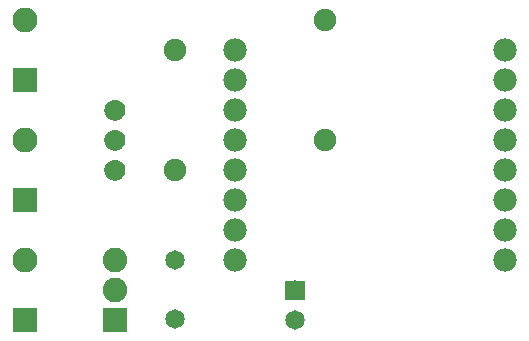
<source format=gtl>
G04 MADE WITH FRITZING*
G04 WWW.FRITZING.ORG*
G04 DOUBLE SIDED*
G04 HOLES PLATED*
G04 CONTOUR ON CENTER OF CONTOUR VECTOR*
%ASAXBY*%
%FSLAX23Y23*%
%MOIN*%
%OFA0B0*%
%SFA1.0B1.0*%
%ADD10C,0.077778*%
%ADD11C,0.065000*%
%ADD12C,0.075000*%
%ADD13C,0.082000*%
%ADD14C,0.070000*%
%ADD15C,0.083307*%
%ADD16R,0.082000X0.082000*%
%ADD17R,0.083307X0.083307*%
%ADD18R,0.001000X0.001000*%
%LNCOPPER1*%
G90*
G70*
G54D10*
X1100Y1099D03*
X1100Y999D03*
X1100Y899D03*
X1100Y799D03*
X1100Y699D03*
X1100Y599D03*
X1100Y499D03*
X1100Y399D03*
X2000Y399D03*
X2000Y499D03*
X2000Y599D03*
X2000Y699D03*
X2000Y799D03*
X2000Y899D03*
X2000Y999D03*
X2000Y1099D03*
G54D11*
X900Y399D03*
X900Y202D03*
X900Y399D03*
X900Y202D03*
X900Y399D03*
X900Y202D03*
G54D12*
X1400Y1199D03*
X1400Y799D03*
X900Y699D03*
X900Y1099D03*
G54D11*
X1300Y299D03*
X1300Y199D03*
X1300Y299D03*
X1300Y199D03*
G54D13*
X700Y199D03*
X700Y299D03*
X700Y399D03*
G54D14*
X700Y699D03*
X700Y799D03*
X700Y899D03*
G54D15*
X400Y999D03*
X400Y1199D03*
X400Y599D03*
X400Y799D03*
X400Y199D03*
X400Y399D03*
G54D16*
X700Y199D03*
G54D17*
X400Y999D03*
X400Y599D03*
X400Y199D03*
G54D18*
X692Y933D02*
X706Y933D01*
X689Y932D02*
X710Y932D01*
X686Y931D02*
X712Y931D01*
X684Y930D02*
X714Y930D01*
X682Y929D02*
X716Y929D01*
X681Y928D02*
X718Y928D01*
X679Y927D02*
X720Y927D01*
X678Y926D02*
X721Y926D01*
X677Y925D02*
X722Y925D01*
X675Y924D02*
X723Y924D01*
X674Y923D02*
X724Y923D01*
X674Y922D02*
X725Y922D01*
X673Y921D02*
X726Y921D01*
X672Y920D02*
X727Y920D01*
X671Y919D02*
X727Y919D01*
X671Y918D02*
X728Y918D01*
X670Y917D02*
X729Y917D01*
X669Y916D02*
X729Y916D01*
X669Y915D02*
X730Y915D01*
X669Y914D02*
X730Y914D01*
X668Y913D02*
X693Y913D01*
X705Y913D02*
X731Y913D01*
X668Y912D02*
X691Y912D01*
X707Y912D02*
X731Y912D01*
X667Y911D02*
X690Y911D01*
X709Y911D02*
X731Y911D01*
X667Y910D02*
X689Y910D01*
X710Y910D02*
X732Y910D01*
X667Y909D02*
X688Y909D01*
X711Y909D02*
X732Y909D01*
X666Y908D02*
X687Y908D01*
X712Y908D02*
X732Y908D01*
X666Y907D02*
X686Y907D01*
X713Y907D02*
X733Y907D01*
X666Y906D02*
X686Y906D01*
X713Y906D02*
X733Y906D01*
X666Y905D02*
X685Y905D01*
X714Y905D02*
X733Y905D01*
X665Y904D02*
X685Y904D01*
X714Y904D02*
X733Y904D01*
X665Y903D02*
X684Y903D01*
X714Y903D02*
X734Y903D01*
X665Y902D02*
X684Y902D01*
X715Y902D02*
X734Y902D01*
X665Y901D02*
X684Y901D01*
X715Y901D02*
X734Y901D01*
X665Y900D02*
X684Y900D01*
X715Y900D02*
X734Y900D01*
X665Y899D02*
X684Y899D01*
X715Y899D02*
X734Y899D01*
X665Y898D02*
X684Y898D01*
X715Y898D02*
X734Y898D01*
X665Y897D02*
X684Y897D01*
X715Y897D02*
X734Y897D01*
X665Y896D02*
X684Y896D01*
X715Y896D02*
X734Y896D01*
X665Y895D02*
X684Y895D01*
X714Y895D02*
X734Y895D01*
X665Y894D02*
X685Y894D01*
X714Y894D02*
X733Y894D01*
X665Y893D02*
X685Y893D01*
X714Y893D02*
X733Y893D01*
X666Y892D02*
X685Y892D01*
X713Y892D02*
X733Y892D01*
X666Y891D02*
X686Y891D01*
X713Y891D02*
X733Y891D01*
X666Y890D02*
X687Y890D01*
X712Y890D02*
X732Y890D01*
X666Y889D02*
X688Y889D01*
X711Y889D02*
X732Y889D01*
X667Y888D02*
X689Y888D01*
X710Y888D02*
X732Y888D01*
X667Y887D02*
X690Y887D01*
X709Y887D02*
X732Y887D01*
X668Y886D02*
X691Y886D01*
X708Y886D02*
X731Y886D01*
X668Y885D02*
X693Y885D01*
X706Y885D02*
X731Y885D01*
X668Y884D02*
X698Y884D01*
X701Y884D02*
X730Y884D01*
X669Y883D02*
X730Y883D01*
X669Y882D02*
X729Y882D01*
X670Y881D02*
X729Y881D01*
X671Y880D02*
X728Y880D01*
X671Y879D02*
X727Y879D01*
X672Y878D02*
X727Y878D01*
X673Y877D02*
X726Y877D01*
X673Y876D02*
X725Y876D01*
X674Y875D02*
X724Y875D01*
X675Y874D02*
X723Y874D01*
X676Y873D02*
X722Y873D01*
X678Y872D02*
X721Y872D01*
X679Y871D02*
X720Y871D01*
X680Y870D02*
X718Y870D01*
X682Y869D02*
X717Y869D01*
X684Y868D02*
X715Y868D01*
X686Y867D02*
X713Y867D01*
X689Y866D02*
X710Y866D01*
X692Y865D02*
X707Y865D01*
X699Y864D02*
X700Y864D01*
X692Y833D02*
X706Y833D01*
X689Y832D02*
X710Y832D01*
X686Y831D02*
X712Y831D01*
X684Y830D02*
X715Y830D01*
X682Y829D02*
X716Y829D01*
X681Y828D02*
X718Y828D01*
X679Y827D02*
X720Y827D01*
X678Y826D02*
X721Y826D01*
X677Y825D02*
X722Y825D01*
X675Y824D02*
X723Y824D01*
X674Y823D02*
X724Y823D01*
X674Y822D02*
X725Y822D01*
X673Y821D02*
X726Y821D01*
X672Y820D02*
X727Y820D01*
X671Y819D02*
X727Y819D01*
X671Y818D02*
X728Y818D01*
X670Y817D02*
X729Y817D01*
X669Y816D02*
X729Y816D01*
X669Y815D02*
X730Y815D01*
X668Y814D02*
X730Y814D01*
X668Y813D02*
X693Y813D01*
X706Y813D02*
X731Y813D01*
X668Y812D02*
X691Y812D01*
X707Y812D02*
X731Y812D01*
X667Y811D02*
X690Y811D01*
X709Y811D02*
X731Y811D01*
X667Y810D02*
X689Y810D01*
X710Y810D02*
X732Y810D01*
X667Y809D02*
X688Y809D01*
X711Y809D02*
X732Y809D01*
X666Y808D02*
X687Y808D01*
X712Y808D02*
X732Y808D01*
X666Y807D02*
X686Y807D01*
X713Y807D02*
X733Y807D01*
X666Y806D02*
X686Y806D01*
X713Y806D02*
X733Y806D01*
X665Y805D02*
X685Y805D01*
X714Y805D02*
X733Y805D01*
X665Y804D02*
X685Y804D01*
X714Y804D02*
X733Y804D01*
X665Y803D02*
X684Y803D01*
X714Y803D02*
X734Y803D01*
X665Y802D02*
X684Y802D01*
X715Y802D02*
X734Y802D01*
X665Y801D02*
X684Y801D01*
X715Y801D02*
X734Y801D01*
X665Y800D02*
X684Y800D01*
X715Y800D02*
X734Y800D01*
X665Y799D02*
X684Y799D01*
X715Y799D02*
X734Y799D01*
X665Y798D02*
X684Y798D01*
X715Y798D02*
X734Y798D01*
X665Y797D02*
X684Y797D01*
X715Y797D02*
X734Y797D01*
X665Y796D02*
X684Y796D01*
X715Y796D02*
X734Y796D01*
X665Y795D02*
X684Y795D01*
X714Y795D02*
X734Y795D01*
X665Y794D02*
X685Y794D01*
X714Y794D02*
X733Y794D01*
X665Y793D02*
X685Y793D01*
X714Y793D02*
X733Y793D01*
X666Y792D02*
X685Y792D01*
X713Y792D02*
X733Y792D01*
X666Y791D02*
X686Y791D01*
X713Y791D02*
X733Y791D01*
X666Y790D02*
X687Y790D01*
X712Y790D02*
X732Y790D01*
X666Y789D02*
X688Y789D01*
X711Y789D02*
X732Y789D01*
X667Y788D02*
X689Y788D01*
X710Y788D02*
X732Y788D01*
X667Y787D02*
X690Y787D01*
X709Y787D02*
X731Y787D01*
X668Y786D02*
X691Y786D01*
X708Y786D02*
X731Y786D01*
X668Y785D02*
X693Y785D01*
X706Y785D02*
X731Y785D01*
X668Y784D02*
X698Y784D01*
X700Y784D02*
X730Y784D01*
X669Y783D02*
X730Y783D01*
X669Y782D02*
X729Y782D01*
X670Y781D02*
X729Y781D01*
X671Y780D02*
X728Y780D01*
X671Y779D02*
X727Y779D01*
X672Y778D02*
X727Y778D01*
X673Y777D02*
X726Y777D01*
X673Y776D02*
X725Y776D01*
X674Y775D02*
X724Y775D01*
X675Y774D02*
X723Y774D01*
X676Y773D02*
X722Y773D01*
X678Y772D02*
X721Y772D01*
X679Y771D02*
X720Y771D01*
X680Y770D02*
X718Y770D01*
X682Y769D02*
X717Y769D01*
X684Y768D02*
X715Y768D01*
X686Y767D02*
X713Y767D01*
X689Y766D02*
X710Y766D01*
X692Y765D02*
X707Y765D01*
X699Y764D02*
X700Y764D01*
X692Y733D02*
X706Y733D01*
X689Y732D02*
X710Y732D01*
X686Y731D02*
X712Y731D01*
X684Y730D02*
X715Y730D01*
X682Y729D02*
X716Y729D01*
X681Y728D02*
X718Y728D01*
X679Y727D02*
X720Y727D01*
X678Y726D02*
X721Y726D01*
X677Y725D02*
X722Y725D01*
X675Y724D02*
X723Y724D01*
X674Y723D02*
X724Y723D01*
X674Y722D02*
X725Y722D01*
X673Y721D02*
X726Y721D01*
X672Y720D02*
X727Y720D01*
X671Y719D02*
X727Y719D01*
X671Y718D02*
X728Y718D01*
X670Y717D02*
X729Y717D01*
X669Y716D02*
X729Y716D01*
X669Y715D02*
X730Y715D01*
X668Y714D02*
X730Y714D01*
X668Y713D02*
X693Y713D01*
X706Y713D02*
X731Y713D01*
X668Y712D02*
X691Y712D01*
X707Y712D02*
X731Y712D01*
X667Y711D02*
X690Y711D01*
X709Y711D02*
X731Y711D01*
X667Y710D02*
X689Y710D01*
X710Y710D02*
X732Y710D01*
X666Y709D02*
X688Y709D01*
X711Y709D02*
X732Y709D01*
X666Y708D02*
X687Y708D01*
X712Y708D02*
X732Y708D01*
X666Y707D02*
X686Y707D01*
X713Y707D02*
X733Y707D01*
X666Y706D02*
X685Y706D01*
X713Y706D02*
X733Y706D01*
X665Y705D02*
X685Y705D01*
X714Y705D02*
X733Y705D01*
X665Y704D02*
X685Y704D01*
X714Y704D02*
X733Y704D01*
X665Y703D02*
X684Y703D01*
X714Y703D02*
X734Y703D01*
X665Y702D02*
X684Y702D01*
X715Y702D02*
X734Y702D01*
X665Y701D02*
X684Y701D01*
X715Y701D02*
X734Y701D01*
X665Y700D02*
X684Y700D01*
X715Y700D02*
X734Y700D01*
X665Y699D02*
X684Y699D01*
X715Y699D02*
X734Y699D01*
X665Y698D02*
X684Y698D01*
X715Y698D02*
X734Y698D01*
X665Y697D02*
X684Y697D01*
X715Y697D02*
X734Y697D01*
X665Y696D02*
X684Y696D01*
X715Y696D02*
X734Y696D01*
X665Y695D02*
X684Y695D01*
X714Y695D02*
X734Y695D01*
X665Y694D02*
X685Y694D01*
X714Y694D02*
X733Y694D01*
X665Y693D02*
X685Y693D01*
X714Y693D02*
X733Y693D01*
X666Y692D02*
X685Y692D01*
X713Y692D02*
X733Y692D01*
X666Y691D02*
X686Y691D01*
X713Y691D02*
X733Y691D01*
X666Y690D02*
X687Y690D01*
X712Y690D02*
X732Y690D01*
X666Y689D02*
X688Y689D01*
X711Y689D02*
X732Y689D01*
X667Y688D02*
X689Y688D01*
X710Y688D02*
X732Y688D01*
X667Y687D02*
X690Y687D01*
X709Y687D02*
X731Y687D01*
X668Y686D02*
X691Y686D01*
X708Y686D02*
X731Y686D01*
X668Y685D02*
X693Y685D01*
X706Y685D02*
X731Y685D01*
X668Y684D02*
X730Y684D01*
X669Y683D02*
X730Y683D01*
X669Y682D02*
X729Y682D01*
X670Y681D02*
X729Y681D01*
X671Y680D02*
X728Y680D01*
X671Y679D02*
X727Y679D01*
X672Y678D02*
X727Y678D01*
X673Y677D02*
X726Y677D01*
X674Y676D02*
X725Y676D01*
X674Y675D02*
X724Y675D01*
X675Y674D02*
X723Y674D01*
X676Y673D02*
X722Y673D01*
X678Y672D02*
X721Y672D01*
X679Y671D02*
X720Y671D01*
X680Y670D02*
X718Y670D01*
X682Y669D02*
X717Y669D01*
X684Y668D02*
X715Y668D01*
X686Y667D02*
X713Y667D01*
X689Y666D02*
X710Y666D01*
X692Y665D02*
X707Y665D01*
X1267Y331D02*
X1331Y331D01*
X1267Y330D02*
X1331Y330D01*
X1267Y329D02*
X1331Y329D01*
X1267Y328D02*
X1331Y328D01*
X1267Y327D02*
X1331Y327D01*
X1267Y326D02*
X1331Y326D01*
X1267Y325D02*
X1331Y325D01*
X1267Y324D02*
X1331Y324D01*
X1267Y323D02*
X1331Y323D01*
X1267Y322D02*
X1331Y322D01*
X1267Y321D02*
X1331Y321D01*
X1267Y320D02*
X1331Y320D01*
X1267Y319D02*
X1331Y319D01*
X1267Y318D02*
X1331Y318D01*
X1267Y317D02*
X1331Y317D01*
X1267Y316D02*
X1331Y316D01*
X1267Y315D02*
X1331Y315D01*
X1267Y314D02*
X1331Y314D01*
X1267Y313D02*
X1331Y313D01*
X1267Y312D02*
X1294Y312D01*
X1304Y312D02*
X1331Y312D01*
X1267Y311D02*
X1292Y311D01*
X1306Y311D02*
X1331Y311D01*
X1267Y310D02*
X1290Y310D01*
X1308Y310D02*
X1331Y310D01*
X1267Y309D02*
X1289Y309D01*
X1309Y309D02*
X1331Y309D01*
X1267Y308D02*
X1288Y308D01*
X1310Y308D02*
X1331Y308D01*
X1267Y307D02*
X1287Y307D01*
X1311Y307D02*
X1331Y307D01*
X1267Y306D02*
X1287Y306D01*
X1311Y306D02*
X1331Y306D01*
X1267Y305D02*
X1286Y305D01*
X1312Y305D02*
X1331Y305D01*
X1267Y304D02*
X1286Y304D01*
X1312Y304D02*
X1331Y304D01*
X1267Y303D02*
X1286Y303D01*
X1313Y303D02*
X1331Y303D01*
X1267Y302D02*
X1285Y302D01*
X1313Y302D02*
X1331Y302D01*
X1267Y301D02*
X1285Y301D01*
X1313Y301D02*
X1331Y301D01*
X1267Y300D02*
X1285Y300D01*
X1313Y300D02*
X1331Y300D01*
X1267Y299D02*
X1285Y299D01*
X1313Y299D02*
X1331Y299D01*
X1267Y298D02*
X1285Y298D01*
X1313Y298D02*
X1331Y298D01*
X1267Y297D02*
X1285Y297D01*
X1313Y297D02*
X1331Y297D01*
X1267Y296D02*
X1285Y296D01*
X1313Y296D02*
X1331Y296D01*
X1267Y295D02*
X1286Y295D01*
X1313Y295D02*
X1331Y295D01*
X1267Y294D02*
X1286Y294D01*
X1312Y294D02*
X1331Y294D01*
X1267Y293D02*
X1286Y293D01*
X1312Y293D02*
X1331Y293D01*
X1267Y292D02*
X1287Y292D01*
X1311Y292D02*
X1331Y292D01*
X1267Y291D02*
X1288Y291D01*
X1311Y291D02*
X1331Y291D01*
X1267Y290D02*
X1288Y290D01*
X1310Y290D02*
X1331Y290D01*
X1267Y289D02*
X1289Y289D01*
X1309Y289D02*
X1331Y289D01*
X1267Y288D02*
X1291Y288D01*
X1308Y288D02*
X1331Y288D01*
X1267Y287D02*
X1292Y287D01*
X1306Y287D02*
X1331Y287D01*
X1267Y286D02*
X1294Y286D01*
X1304Y286D02*
X1331Y286D01*
X1267Y285D02*
X1331Y285D01*
X1267Y284D02*
X1331Y284D01*
X1267Y283D02*
X1331Y283D01*
X1267Y282D02*
X1331Y282D01*
X1267Y281D02*
X1331Y281D01*
X1267Y280D02*
X1331Y280D01*
X1267Y279D02*
X1331Y279D01*
X1267Y278D02*
X1331Y278D01*
X1267Y277D02*
X1331Y277D01*
X1267Y276D02*
X1331Y276D01*
X1267Y275D02*
X1331Y275D01*
X1267Y274D02*
X1331Y274D01*
X1267Y273D02*
X1331Y273D01*
X1267Y272D02*
X1331Y272D01*
X1267Y271D02*
X1331Y271D01*
X1267Y270D02*
X1331Y270D01*
X1267Y269D02*
X1331Y269D01*
X1267Y268D02*
X1331Y268D01*
X1267Y267D02*
X1331Y267D01*
D02*
G04 End of Copper1*
M02*
</source>
